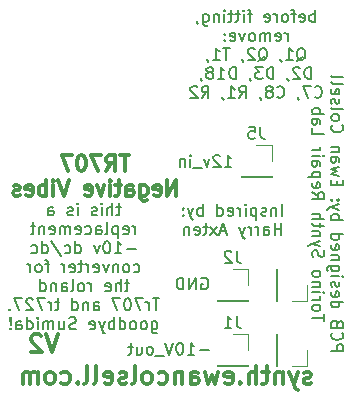
<source format=gbr>
%TF.GenerationSoftware,KiCad,Pcbnew,(6.0.7-1)-1*%
%TF.CreationDate,2022-09-05T17:12:24+02:00*%
%TF.ProjectId,tr707minus10v_kicad,74723730-376d-4696-9e75-733130765f6b,rev?*%
%TF.SameCoordinates,Original*%
%TF.FileFunction,Legend,Bot*%
%TF.FilePolarity,Positive*%
%FSLAX46Y46*%
G04 Gerber Fmt 4.6, Leading zero omitted, Abs format (unit mm)*
G04 Created by KiCad (PCBNEW (6.0.7-1)-1) date 2022-09-05 17:12:24*
%MOMM*%
%LPD*%
G01*
G04 APERTURE LIST*
%ADD10C,0.150000*%
%ADD11C,0.300000*%
%ADD12C,0.120000*%
G04 APERTURE END LIST*
D10*
X146976190Y-108232380D02*
X146976190Y-107232380D01*
X146976190Y-107613333D02*
X146880952Y-107565714D01*
X146690476Y-107565714D01*
X146595238Y-107613333D01*
X146547619Y-107660952D01*
X146500000Y-107756190D01*
X146500000Y-108041904D01*
X146547619Y-108137142D01*
X146595238Y-108184761D01*
X146690476Y-108232380D01*
X146880952Y-108232380D01*
X146976190Y-108184761D01*
X145690476Y-108184761D02*
X145785714Y-108232380D01*
X145976190Y-108232380D01*
X146071428Y-108184761D01*
X146119047Y-108089523D01*
X146119047Y-107708571D01*
X146071428Y-107613333D01*
X145976190Y-107565714D01*
X145785714Y-107565714D01*
X145690476Y-107613333D01*
X145642857Y-107708571D01*
X145642857Y-107803809D01*
X146119047Y-107899047D01*
X145357142Y-107565714D02*
X144976190Y-107565714D01*
X145214285Y-108232380D02*
X145214285Y-107375238D01*
X145166666Y-107280000D01*
X145071428Y-107232380D01*
X144976190Y-107232380D01*
X144500000Y-108232380D02*
X144595238Y-108184761D01*
X144642857Y-108137142D01*
X144690476Y-108041904D01*
X144690476Y-107756190D01*
X144642857Y-107660952D01*
X144595238Y-107613333D01*
X144500000Y-107565714D01*
X144357142Y-107565714D01*
X144261904Y-107613333D01*
X144214285Y-107660952D01*
X144166666Y-107756190D01*
X144166666Y-108041904D01*
X144214285Y-108137142D01*
X144261904Y-108184761D01*
X144357142Y-108232380D01*
X144500000Y-108232380D01*
X143738095Y-108232380D02*
X143738095Y-107565714D01*
X143738095Y-107756190D02*
X143690476Y-107660952D01*
X143642857Y-107613333D01*
X143547619Y-107565714D01*
X143452380Y-107565714D01*
X142738095Y-108184761D02*
X142833333Y-108232380D01*
X143023809Y-108232380D01*
X143119047Y-108184761D01*
X143166666Y-108089523D01*
X143166666Y-107708571D01*
X143119047Y-107613333D01*
X143023809Y-107565714D01*
X142833333Y-107565714D01*
X142738095Y-107613333D01*
X142690476Y-107708571D01*
X142690476Y-107803809D01*
X143166666Y-107899047D01*
X141642857Y-107565714D02*
X141261904Y-107565714D01*
X141500000Y-108232380D02*
X141500000Y-107375238D01*
X141452380Y-107280000D01*
X141357142Y-107232380D01*
X141261904Y-107232380D01*
X140928571Y-108232380D02*
X140928571Y-107565714D01*
X140928571Y-107232380D02*
X140976190Y-107280000D01*
X140928571Y-107327619D01*
X140880952Y-107280000D01*
X140928571Y-107232380D01*
X140928571Y-107327619D01*
X140595238Y-107565714D02*
X140214285Y-107565714D01*
X140452380Y-107232380D02*
X140452380Y-108089523D01*
X140404761Y-108184761D01*
X140309523Y-108232380D01*
X140214285Y-108232380D01*
X140023809Y-107565714D02*
X139642857Y-107565714D01*
X139880952Y-107232380D02*
X139880952Y-108089523D01*
X139833333Y-108184761D01*
X139738095Y-108232380D01*
X139642857Y-108232380D01*
X139309523Y-108232380D02*
X139309523Y-107565714D01*
X139309523Y-107232380D02*
X139357142Y-107280000D01*
X139309523Y-107327619D01*
X139261904Y-107280000D01*
X139309523Y-107232380D01*
X139309523Y-107327619D01*
X138833333Y-107565714D02*
X138833333Y-108232380D01*
X138833333Y-107660952D02*
X138785714Y-107613333D01*
X138690476Y-107565714D01*
X138547619Y-107565714D01*
X138452380Y-107613333D01*
X138404761Y-107708571D01*
X138404761Y-108232380D01*
X137500000Y-107565714D02*
X137500000Y-108375238D01*
X137547619Y-108470476D01*
X137595238Y-108518095D01*
X137690476Y-108565714D01*
X137833333Y-108565714D01*
X137928571Y-108518095D01*
X137500000Y-108184761D02*
X137595238Y-108232380D01*
X137785714Y-108232380D01*
X137880952Y-108184761D01*
X137928571Y-108137142D01*
X137976190Y-108041904D01*
X137976190Y-107756190D01*
X137928571Y-107660952D01*
X137880952Y-107613333D01*
X137785714Y-107565714D01*
X137595238Y-107565714D01*
X137500000Y-107613333D01*
X136976190Y-108184761D02*
X136976190Y-108232380D01*
X137023809Y-108327619D01*
X137071428Y-108375238D01*
X144666666Y-109842380D02*
X144666666Y-109175714D01*
X144666666Y-109366190D02*
X144619047Y-109270952D01*
X144571428Y-109223333D01*
X144476190Y-109175714D01*
X144380952Y-109175714D01*
X143666666Y-109794761D02*
X143761904Y-109842380D01*
X143952380Y-109842380D01*
X144047619Y-109794761D01*
X144095238Y-109699523D01*
X144095238Y-109318571D01*
X144047619Y-109223333D01*
X143952380Y-109175714D01*
X143761904Y-109175714D01*
X143666666Y-109223333D01*
X143619047Y-109318571D01*
X143619047Y-109413809D01*
X144095238Y-109509047D01*
X143190476Y-109842380D02*
X143190476Y-109175714D01*
X143190476Y-109270952D02*
X143142857Y-109223333D01*
X143047619Y-109175714D01*
X142904761Y-109175714D01*
X142809523Y-109223333D01*
X142761904Y-109318571D01*
X142761904Y-109842380D01*
X142761904Y-109318571D02*
X142714285Y-109223333D01*
X142619047Y-109175714D01*
X142476190Y-109175714D01*
X142380952Y-109223333D01*
X142333333Y-109318571D01*
X142333333Y-109842380D01*
X141714285Y-109842380D02*
X141809523Y-109794761D01*
X141857142Y-109747142D01*
X141904761Y-109651904D01*
X141904761Y-109366190D01*
X141857142Y-109270952D01*
X141809523Y-109223333D01*
X141714285Y-109175714D01*
X141571428Y-109175714D01*
X141476190Y-109223333D01*
X141428571Y-109270952D01*
X141380952Y-109366190D01*
X141380952Y-109651904D01*
X141428571Y-109747142D01*
X141476190Y-109794761D01*
X141571428Y-109842380D01*
X141714285Y-109842380D01*
X141047619Y-109175714D02*
X140809523Y-109842380D01*
X140571428Y-109175714D01*
X139809523Y-109794761D02*
X139904761Y-109842380D01*
X140095238Y-109842380D01*
X140190476Y-109794761D01*
X140238095Y-109699523D01*
X140238095Y-109318571D01*
X140190476Y-109223333D01*
X140095238Y-109175714D01*
X139904761Y-109175714D01*
X139809523Y-109223333D01*
X139761904Y-109318571D01*
X139761904Y-109413809D01*
X140238095Y-109509047D01*
X139333333Y-109747142D02*
X139285714Y-109794761D01*
X139333333Y-109842380D01*
X139380952Y-109794761D01*
X139333333Y-109747142D01*
X139333333Y-109842380D01*
X139333333Y-109223333D02*
X139285714Y-109270952D01*
X139333333Y-109318571D01*
X139380952Y-109270952D01*
X139333333Y-109223333D01*
X139333333Y-109318571D01*
X145428571Y-111547619D02*
X145523809Y-111500000D01*
X145619047Y-111404761D01*
X145761904Y-111261904D01*
X145857142Y-111214285D01*
X145952380Y-111214285D01*
X145904761Y-111452380D02*
X146000000Y-111404761D01*
X146095238Y-111309523D01*
X146142857Y-111119047D01*
X146142857Y-110785714D01*
X146095238Y-110595238D01*
X146000000Y-110500000D01*
X145904761Y-110452380D01*
X145714285Y-110452380D01*
X145619047Y-110500000D01*
X145523809Y-110595238D01*
X145476190Y-110785714D01*
X145476190Y-111119047D01*
X145523809Y-111309523D01*
X145619047Y-111404761D01*
X145714285Y-111452380D01*
X145904761Y-111452380D01*
X144523809Y-111452380D02*
X145095238Y-111452380D01*
X144809523Y-111452380D02*
X144809523Y-110452380D01*
X144904761Y-110595238D01*
X145000000Y-110690476D01*
X145095238Y-110738095D01*
X144047619Y-111404761D02*
X144047619Y-111452380D01*
X144095238Y-111547619D01*
X144142857Y-111595238D01*
X142190476Y-111547619D02*
X142285714Y-111500000D01*
X142380952Y-111404761D01*
X142523809Y-111261904D01*
X142619047Y-111214285D01*
X142714285Y-111214285D01*
X142666666Y-111452380D02*
X142761904Y-111404761D01*
X142857142Y-111309523D01*
X142904761Y-111119047D01*
X142904761Y-110785714D01*
X142857142Y-110595238D01*
X142761904Y-110500000D01*
X142666666Y-110452380D01*
X142476190Y-110452380D01*
X142380952Y-110500000D01*
X142285714Y-110595238D01*
X142238095Y-110785714D01*
X142238095Y-111119047D01*
X142285714Y-111309523D01*
X142380952Y-111404761D01*
X142476190Y-111452380D01*
X142666666Y-111452380D01*
X141857142Y-110547619D02*
X141809523Y-110500000D01*
X141714285Y-110452380D01*
X141476190Y-110452380D01*
X141380952Y-110500000D01*
X141333333Y-110547619D01*
X141285714Y-110642857D01*
X141285714Y-110738095D01*
X141333333Y-110880952D01*
X141904761Y-111452380D01*
X141285714Y-111452380D01*
X140809523Y-111404761D02*
X140809523Y-111452380D01*
X140857142Y-111547619D01*
X140904761Y-111595238D01*
X139761904Y-110452380D02*
X139190476Y-110452380D01*
X139476190Y-111452380D02*
X139476190Y-110452380D01*
X138333333Y-111452380D02*
X138904761Y-111452380D01*
X138619047Y-111452380D02*
X138619047Y-110452380D01*
X138714285Y-110595238D01*
X138809523Y-110690476D01*
X138904761Y-110738095D01*
X137857142Y-111404761D02*
X137857142Y-111452380D01*
X137904761Y-111547619D01*
X137952380Y-111595238D01*
X146642857Y-113062380D02*
X146642857Y-112062380D01*
X146404761Y-112062380D01*
X146261904Y-112110000D01*
X146166666Y-112205238D01*
X146119047Y-112300476D01*
X146071428Y-112490952D01*
X146071428Y-112633809D01*
X146119047Y-112824285D01*
X146166666Y-112919523D01*
X146261904Y-113014761D01*
X146404761Y-113062380D01*
X146642857Y-113062380D01*
X145690476Y-112157619D02*
X145642857Y-112110000D01*
X145547619Y-112062380D01*
X145309523Y-112062380D01*
X145214285Y-112110000D01*
X145166666Y-112157619D01*
X145119047Y-112252857D01*
X145119047Y-112348095D01*
X145166666Y-112490952D01*
X145738095Y-113062380D01*
X145119047Y-113062380D01*
X144642857Y-113014761D02*
X144642857Y-113062380D01*
X144690476Y-113157619D01*
X144738095Y-113205238D01*
X143452380Y-113062380D02*
X143452380Y-112062380D01*
X143214285Y-112062380D01*
X143071428Y-112110000D01*
X142976190Y-112205238D01*
X142928571Y-112300476D01*
X142880952Y-112490952D01*
X142880952Y-112633809D01*
X142928571Y-112824285D01*
X142976190Y-112919523D01*
X143071428Y-113014761D01*
X143214285Y-113062380D01*
X143452380Y-113062380D01*
X142547619Y-112062380D02*
X141928571Y-112062380D01*
X142261904Y-112443333D01*
X142119047Y-112443333D01*
X142023809Y-112490952D01*
X141976190Y-112538571D01*
X141928571Y-112633809D01*
X141928571Y-112871904D01*
X141976190Y-112967142D01*
X142023809Y-113014761D01*
X142119047Y-113062380D01*
X142404761Y-113062380D01*
X142500000Y-113014761D01*
X142547619Y-112967142D01*
X141452380Y-113014761D02*
X141452380Y-113062380D01*
X141500000Y-113157619D01*
X141547619Y-113205238D01*
X140261904Y-113062380D02*
X140261904Y-112062380D01*
X140023809Y-112062380D01*
X139880952Y-112110000D01*
X139785714Y-112205238D01*
X139738095Y-112300476D01*
X139690476Y-112490952D01*
X139690476Y-112633809D01*
X139738095Y-112824285D01*
X139785714Y-112919523D01*
X139880952Y-113014761D01*
X140023809Y-113062380D01*
X140261904Y-113062380D01*
X138738095Y-113062380D02*
X139309523Y-113062380D01*
X139023809Y-113062380D02*
X139023809Y-112062380D01*
X139119047Y-112205238D01*
X139214285Y-112300476D01*
X139309523Y-112348095D01*
X138166666Y-112490952D02*
X138261904Y-112443333D01*
X138309523Y-112395714D01*
X138357142Y-112300476D01*
X138357142Y-112252857D01*
X138309523Y-112157619D01*
X138261904Y-112110000D01*
X138166666Y-112062380D01*
X137976190Y-112062380D01*
X137880952Y-112110000D01*
X137833333Y-112157619D01*
X137785714Y-112252857D01*
X137785714Y-112300476D01*
X137833333Y-112395714D01*
X137880952Y-112443333D01*
X137976190Y-112490952D01*
X138166666Y-112490952D01*
X138261904Y-112538571D01*
X138309523Y-112586190D01*
X138357142Y-112681428D01*
X138357142Y-112871904D01*
X138309523Y-112967142D01*
X138261904Y-113014761D01*
X138166666Y-113062380D01*
X137976190Y-113062380D01*
X137880952Y-113014761D01*
X137833333Y-112967142D01*
X137785714Y-112871904D01*
X137785714Y-112681428D01*
X137833333Y-112586190D01*
X137880952Y-112538571D01*
X137976190Y-112490952D01*
X137309523Y-113014761D02*
X137309523Y-113062380D01*
X137357142Y-113157619D01*
X137404761Y-113205238D01*
X146952380Y-114577142D02*
X147000000Y-114624761D01*
X147142857Y-114672380D01*
X147238095Y-114672380D01*
X147380952Y-114624761D01*
X147476190Y-114529523D01*
X147523809Y-114434285D01*
X147571428Y-114243809D01*
X147571428Y-114100952D01*
X147523809Y-113910476D01*
X147476190Y-113815238D01*
X147380952Y-113720000D01*
X147238095Y-113672380D01*
X147142857Y-113672380D01*
X147000000Y-113720000D01*
X146952380Y-113767619D01*
X146619047Y-113672380D02*
X145952380Y-113672380D01*
X146380952Y-114672380D01*
X145523809Y-114624761D02*
X145523809Y-114672380D01*
X145571428Y-114767619D01*
X145619047Y-114815238D01*
X143761904Y-114577142D02*
X143809523Y-114624761D01*
X143952380Y-114672380D01*
X144047619Y-114672380D01*
X144190476Y-114624761D01*
X144285714Y-114529523D01*
X144333333Y-114434285D01*
X144380952Y-114243809D01*
X144380952Y-114100952D01*
X144333333Y-113910476D01*
X144285714Y-113815238D01*
X144190476Y-113720000D01*
X144047619Y-113672380D01*
X143952380Y-113672380D01*
X143809523Y-113720000D01*
X143761904Y-113767619D01*
X143190476Y-114100952D02*
X143285714Y-114053333D01*
X143333333Y-114005714D01*
X143380952Y-113910476D01*
X143380952Y-113862857D01*
X143333333Y-113767619D01*
X143285714Y-113720000D01*
X143190476Y-113672380D01*
X143000000Y-113672380D01*
X142904761Y-113720000D01*
X142857142Y-113767619D01*
X142809523Y-113862857D01*
X142809523Y-113910476D01*
X142857142Y-114005714D01*
X142904761Y-114053333D01*
X143000000Y-114100952D01*
X143190476Y-114100952D01*
X143285714Y-114148571D01*
X143333333Y-114196190D01*
X143380952Y-114291428D01*
X143380952Y-114481904D01*
X143333333Y-114577142D01*
X143285714Y-114624761D01*
X143190476Y-114672380D01*
X143000000Y-114672380D01*
X142904761Y-114624761D01*
X142857142Y-114577142D01*
X142809523Y-114481904D01*
X142809523Y-114291428D01*
X142857142Y-114196190D01*
X142904761Y-114148571D01*
X143000000Y-114100952D01*
X142333333Y-114624761D02*
X142333333Y-114672380D01*
X142380952Y-114767619D01*
X142428571Y-114815238D01*
X140571428Y-114672380D02*
X140904761Y-114196190D01*
X141142857Y-114672380D02*
X141142857Y-113672380D01*
X140761904Y-113672380D01*
X140666666Y-113720000D01*
X140619047Y-113767619D01*
X140571428Y-113862857D01*
X140571428Y-114005714D01*
X140619047Y-114100952D01*
X140666666Y-114148571D01*
X140761904Y-114196190D01*
X141142857Y-114196190D01*
X139619047Y-114672380D02*
X140190476Y-114672380D01*
X139904761Y-114672380D02*
X139904761Y-113672380D01*
X140000000Y-113815238D01*
X140095238Y-113910476D01*
X140190476Y-113958095D01*
X139142857Y-114624761D02*
X139142857Y-114672380D01*
X139190476Y-114767619D01*
X139238095Y-114815238D01*
X137380952Y-114672380D02*
X137714285Y-114196190D01*
X137952380Y-114672380D02*
X137952380Y-113672380D01*
X137571428Y-113672380D01*
X137476190Y-113720000D01*
X137428571Y-113767619D01*
X137380952Y-113862857D01*
X137380952Y-114005714D01*
X137428571Y-114100952D01*
X137476190Y-114148571D01*
X137571428Y-114196190D01*
X137952380Y-114196190D01*
X137000000Y-113767619D02*
X136952380Y-113720000D01*
X136857142Y-113672380D01*
X136619047Y-113672380D01*
X136523809Y-113720000D01*
X136476190Y-113767619D01*
X136428571Y-113862857D01*
X136428571Y-113958095D01*
X136476190Y-114100952D01*
X137047619Y-114672380D01*
X136428571Y-114672380D01*
X144190476Y-124647380D02*
X144190476Y-123647380D01*
X143714285Y-123980714D02*
X143714285Y-124647380D01*
X143714285Y-124075952D02*
X143666666Y-124028333D01*
X143571428Y-123980714D01*
X143428571Y-123980714D01*
X143333333Y-124028333D01*
X143285714Y-124123571D01*
X143285714Y-124647380D01*
X142857142Y-124599761D02*
X142761904Y-124647380D01*
X142571428Y-124647380D01*
X142476190Y-124599761D01*
X142428571Y-124504523D01*
X142428571Y-124456904D01*
X142476190Y-124361666D01*
X142571428Y-124314047D01*
X142714285Y-124314047D01*
X142809523Y-124266428D01*
X142857142Y-124171190D01*
X142857142Y-124123571D01*
X142809523Y-124028333D01*
X142714285Y-123980714D01*
X142571428Y-123980714D01*
X142476190Y-124028333D01*
X142000000Y-123980714D02*
X142000000Y-124980714D01*
X142000000Y-124028333D02*
X141904761Y-123980714D01*
X141714285Y-123980714D01*
X141619047Y-124028333D01*
X141571428Y-124075952D01*
X141523809Y-124171190D01*
X141523809Y-124456904D01*
X141571428Y-124552142D01*
X141619047Y-124599761D01*
X141714285Y-124647380D01*
X141904761Y-124647380D01*
X142000000Y-124599761D01*
X141095238Y-124647380D02*
X141095238Y-123980714D01*
X141095238Y-123647380D02*
X141142857Y-123695000D01*
X141095238Y-123742619D01*
X141047619Y-123695000D01*
X141095238Y-123647380D01*
X141095238Y-123742619D01*
X140619047Y-124647380D02*
X140619047Y-123980714D01*
X140619047Y-124171190D02*
X140571428Y-124075952D01*
X140523809Y-124028333D01*
X140428571Y-123980714D01*
X140333333Y-123980714D01*
X139619047Y-124599761D02*
X139714285Y-124647380D01*
X139904761Y-124647380D01*
X140000000Y-124599761D01*
X140047619Y-124504523D01*
X140047619Y-124123571D01*
X140000000Y-124028333D01*
X139904761Y-123980714D01*
X139714285Y-123980714D01*
X139619047Y-124028333D01*
X139571428Y-124123571D01*
X139571428Y-124218809D01*
X140047619Y-124314047D01*
X138714285Y-124647380D02*
X138714285Y-123647380D01*
X138714285Y-124599761D02*
X138809523Y-124647380D01*
X139000000Y-124647380D01*
X139095238Y-124599761D01*
X139142857Y-124552142D01*
X139190476Y-124456904D01*
X139190476Y-124171190D01*
X139142857Y-124075952D01*
X139095238Y-124028333D01*
X139000000Y-123980714D01*
X138809523Y-123980714D01*
X138714285Y-124028333D01*
X137476190Y-124647380D02*
X137476190Y-123647380D01*
X137476190Y-124028333D02*
X137380952Y-123980714D01*
X137190476Y-123980714D01*
X137095238Y-124028333D01*
X137047619Y-124075952D01*
X137000000Y-124171190D01*
X137000000Y-124456904D01*
X137047619Y-124552142D01*
X137095238Y-124599761D01*
X137190476Y-124647380D01*
X137380952Y-124647380D01*
X137476190Y-124599761D01*
X136666666Y-123980714D02*
X136428571Y-124647380D01*
X136190476Y-123980714D02*
X136428571Y-124647380D01*
X136523809Y-124885476D01*
X136571428Y-124933095D01*
X136666666Y-124980714D01*
X135809523Y-124552142D02*
X135761904Y-124599761D01*
X135809523Y-124647380D01*
X135857142Y-124599761D01*
X135809523Y-124552142D01*
X135809523Y-124647380D01*
X135809523Y-124028333D02*
X135761904Y-124075952D01*
X135809523Y-124123571D01*
X135857142Y-124075952D01*
X135809523Y-124028333D01*
X135809523Y-124123571D01*
X144119047Y-126257380D02*
X144119047Y-125257380D01*
X144119047Y-125733571D02*
X143547619Y-125733571D01*
X143547619Y-126257380D02*
X143547619Y-125257380D01*
X142642857Y-126257380D02*
X142642857Y-125733571D01*
X142690476Y-125638333D01*
X142785714Y-125590714D01*
X142976190Y-125590714D01*
X143071428Y-125638333D01*
X142642857Y-126209761D02*
X142738095Y-126257380D01*
X142976190Y-126257380D01*
X143071428Y-126209761D01*
X143119047Y-126114523D01*
X143119047Y-126019285D01*
X143071428Y-125924047D01*
X142976190Y-125876428D01*
X142738095Y-125876428D01*
X142642857Y-125828809D01*
X142166666Y-126257380D02*
X142166666Y-125590714D01*
X142166666Y-125781190D02*
X142119047Y-125685952D01*
X142071428Y-125638333D01*
X141976190Y-125590714D01*
X141880952Y-125590714D01*
X141547619Y-126257380D02*
X141547619Y-125590714D01*
X141547619Y-125781190D02*
X141500000Y-125685952D01*
X141452380Y-125638333D01*
X141357142Y-125590714D01*
X141261904Y-125590714D01*
X141023809Y-125590714D02*
X140785714Y-126257380D01*
X140547619Y-125590714D02*
X140785714Y-126257380D01*
X140880952Y-126495476D01*
X140928571Y-126543095D01*
X141023809Y-126590714D01*
X139452380Y-125971666D02*
X138976190Y-125971666D01*
X139547619Y-126257380D02*
X139214285Y-125257380D01*
X138880952Y-126257380D01*
X138642857Y-126257380D02*
X138119047Y-125590714D01*
X138642857Y-125590714D02*
X138119047Y-126257380D01*
X137880952Y-125590714D02*
X137500000Y-125590714D01*
X137738095Y-125257380D02*
X137738095Y-126114523D01*
X137690476Y-126209761D01*
X137595238Y-126257380D01*
X137500000Y-126257380D01*
X136785714Y-126209761D02*
X136880952Y-126257380D01*
X137071428Y-126257380D01*
X137166666Y-126209761D01*
X137214285Y-126114523D01*
X137214285Y-125733571D01*
X137166666Y-125638333D01*
X137071428Y-125590714D01*
X136880952Y-125590714D01*
X136785714Y-125638333D01*
X136738095Y-125733571D01*
X136738095Y-125828809D01*
X137214285Y-125924047D01*
X136309523Y-125590714D02*
X136309523Y-126257380D01*
X136309523Y-125685952D02*
X136261904Y-125638333D01*
X136166666Y-125590714D01*
X136023809Y-125590714D01*
X135928571Y-125638333D01*
X135880952Y-125733571D01*
X135880952Y-126257380D01*
D11*
X125214285Y-134678571D02*
X124714285Y-136178571D01*
X124214285Y-134678571D01*
X123785714Y-134821428D02*
X123714285Y-134750000D01*
X123571428Y-134678571D01*
X123214285Y-134678571D01*
X123071428Y-134750000D01*
X123000000Y-134821428D01*
X122928571Y-134964285D01*
X122928571Y-135107142D01*
X123000000Y-135321428D01*
X123857142Y-136178571D01*
X122928571Y-136178571D01*
D10*
X130542857Y-123930714D02*
X130161904Y-123930714D01*
X130400000Y-123597380D02*
X130400000Y-124454523D01*
X130352380Y-124549761D01*
X130257142Y-124597380D01*
X130161904Y-124597380D01*
X129828571Y-124597380D02*
X129828571Y-123597380D01*
X129400000Y-124597380D02*
X129400000Y-124073571D01*
X129447619Y-123978333D01*
X129542857Y-123930714D01*
X129685714Y-123930714D01*
X129780952Y-123978333D01*
X129828571Y-124025952D01*
X128923809Y-124597380D02*
X128923809Y-123930714D01*
X128923809Y-123597380D02*
X128971428Y-123645000D01*
X128923809Y-123692619D01*
X128876190Y-123645000D01*
X128923809Y-123597380D01*
X128923809Y-123692619D01*
X128495238Y-124549761D02*
X128400000Y-124597380D01*
X128209523Y-124597380D01*
X128114285Y-124549761D01*
X128066666Y-124454523D01*
X128066666Y-124406904D01*
X128114285Y-124311666D01*
X128209523Y-124264047D01*
X128352380Y-124264047D01*
X128447619Y-124216428D01*
X128495238Y-124121190D01*
X128495238Y-124073571D01*
X128447619Y-123978333D01*
X128352380Y-123930714D01*
X128209523Y-123930714D01*
X128114285Y-123978333D01*
X126876190Y-124597380D02*
X126876190Y-123930714D01*
X126876190Y-123597380D02*
X126923809Y-123645000D01*
X126876190Y-123692619D01*
X126828571Y-123645000D01*
X126876190Y-123597380D01*
X126876190Y-123692619D01*
X126447619Y-124549761D02*
X126352380Y-124597380D01*
X126161904Y-124597380D01*
X126066666Y-124549761D01*
X126019047Y-124454523D01*
X126019047Y-124406904D01*
X126066666Y-124311666D01*
X126161904Y-124264047D01*
X126304761Y-124264047D01*
X126400000Y-124216428D01*
X126447619Y-124121190D01*
X126447619Y-124073571D01*
X126400000Y-123978333D01*
X126304761Y-123930714D01*
X126161904Y-123930714D01*
X126066666Y-123978333D01*
X124400000Y-124597380D02*
X124400000Y-124073571D01*
X124447619Y-123978333D01*
X124542857Y-123930714D01*
X124733333Y-123930714D01*
X124828571Y-123978333D01*
X124400000Y-124549761D02*
X124495238Y-124597380D01*
X124733333Y-124597380D01*
X124828571Y-124549761D01*
X124876190Y-124454523D01*
X124876190Y-124359285D01*
X124828571Y-124264047D01*
X124733333Y-124216428D01*
X124495238Y-124216428D01*
X124400000Y-124168809D01*
X131757142Y-126207380D02*
X131757142Y-125540714D01*
X131757142Y-125731190D02*
X131709523Y-125635952D01*
X131661904Y-125588333D01*
X131566666Y-125540714D01*
X131471428Y-125540714D01*
X130757142Y-126159761D02*
X130852380Y-126207380D01*
X131042857Y-126207380D01*
X131138095Y-126159761D01*
X131185714Y-126064523D01*
X131185714Y-125683571D01*
X131138095Y-125588333D01*
X131042857Y-125540714D01*
X130852380Y-125540714D01*
X130757142Y-125588333D01*
X130709523Y-125683571D01*
X130709523Y-125778809D01*
X131185714Y-125874047D01*
X130280952Y-125540714D02*
X130280952Y-126540714D01*
X130280952Y-125588333D02*
X130185714Y-125540714D01*
X129995238Y-125540714D01*
X129900000Y-125588333D01*
X129852380Y-125635952D01*
X129804761Y-125731190D01*
X129804761Y-126016904D01*
X129852380Y-126112142D01*
X129900000Y-126159761D01*
X129995238Y-126207380D01*
X130185714Y-126207380D01*
X130280952Y-126159761D01*
X129233333Y-126207380D02*
X129328571Y-126159761D01*
X129376190Y-126064523D01*
X129376190Y-125207380D01*
X128423809Y-126207380D02*
X128423809Y-125683571D01*
X128471428Y-125588333D01*
X128566666Y-125540714D01*
X128757142Y-125540714D01*
X128852380Y-125588333D01*
X128423809Y-126159761D02*
X128519047Y-126207380D01*
X128757142Y-126207380D01*
X128852380Y-126159761D01*
X128900000Y-126064523D01*
X128900000Y-125969285D01*
X128852380Y-125874047D01*
X128757142Y-125826428D01*
X128519047Y-125826428D01*
X128423809Y-125778809D01*
X127519047Y-126159761D02*
X127614285Y-126207380D01*
X127804761Y-126207380D01*
X127900000Y-126159761D01*
X127947619Y-126112142D01*
X127995238Y-126016904D01*
X127995238Y-125731190D01*
X127947619Y-125635952D01*
X127900000Y-125588333D01*
X127804761Y-125540714D01*
X127614285Y-125540714D01*
X127519047Y-125588333D01*
X126709523Y-126159761D02*
X126804761Y-126207380D01*
X126995238Y-126207380D01*
X127090476Y-126159761D01*
X127138095Y-126064523D01*
X127138095Y-125683571D01*
X127090476Y-125588333D01*
X126995238Y-125540714D01*
X126804761Y-125540714D01*
X126709523Y-125588333D01*
X126661904Y-125683571D01*
X126661904Y-125778809D01*
X127138095Y-125874047D01*
X126233333Y-126207380D02*
X126233333Y-125540714D01*
X126233333Y-125635952D02*
X126185714Y-125588333D01*
X126090476Y-125540714D01*
X125947619Y-125540714D01*
X125852380Y-125588333D01*
X125804761Y-125683571D01*
X125804761Y-126207380D01*
X125804761Y-125683571D02*
X125757142Y-125588333D01*
X125661904Y-125540714D01*
X125519047Y-125540714D01*
X125423809Y-125588333D01*
X125376190Y-125683571D01*
X125376190Y-126207380D01*
X124519047Y-126159761D02*
X124614285Y-126207380D01*
X124804761Y-126207380D01*
X124900000Y-126159761D01*
X124947619Y-126064523D01*
X124947619Y-125683571D01*
X124900000Y-125588333D01*
X124804761Y-125540714D01*
X124614285Y-125540714D01*
X124519047Y-125588333D01*
X124471428Y-125683571D01*
X124471428Y-125778809D01*
X124947619Y-125874047D01*
X124042857Y-125540714D02*
X124042857Y-126207380D01*
X124042857Y-125635952D02*
X123995238Y-125588333D01*
X123900000Y-125540714D01*
X123757142Y-125540714D01*
X123661904Y-125588333D01*
X123614285Y-125683571D01*
X123614285Y-126207380D01*
X123280952Y-125540714D02*
X122900000Y-125540714D01*
X123138095Y-125207380D02*
X123138095Y-126064523D01*
X123090476Y-126159761D01*
X122995238Y-126207380D01*
X122900000Y-126207380D01*
X131780952Y-127436428D02*
X131019047Y-127436428D01*
X130019047Y-127817380D02*
X130590476Y-127817380D01*
X130304761Y-127817380D02*
X130304761Y-126817380D01*
X130400000Y-126960238D01*
X130495238Y-127055476D01*
X130590476Y-127103095D01*
X129400000Y-126817380D02*
X129304761Y-126817380D01*
X129209523Y-126865000D01*
X129161904Y-126912619D01*
X129114285Y-127007857D01*
X129066666Y-127198333D01*
X129066666Y-127436428D01*
X129114285Y-127626904D01*
X129161904Y-127722142D01*
X129209523Y-127769761D01*
X129304761Y-127817380D01*
X129400000Y-127817380D01*
X129495238Y-127769761D01*
X129542857Y-127722142D01*
X129590476Y-127626904D01*
X129638095Y-127436428D01*
X129638095Y-127198333D01*
X129590476Y-127007857D01*
X129542857Y-126912619D01*
X129495238Y-126865000D01*
X129400000Y-126817380D01*
X128733333Y-127150714D02*
X128495238Y-127817380D01*
X128257142Y-127150714D01*
X126685714Y-127817380D02*
X126685714Y-126817380D01*
X126685714Y-127769761D02*
X126780952Y-127817380D01*
X126971428Y-127817380D01*
X127066666Y-127769761D01*
X127114285Y-127722142D01*
X127161904Y-127626904D01*
X127161904Y-127341190D01*
X127114285Y-127245952D01*
X127066666Y-127198333D01*
X126971428Y-127150714D01*
X126780952Y-127150714D01*
X126685714Y-127198333D01*
X125780952Y-127769761D02*
X125876190Y-127817380D01*
X126066666Y-127817380D01*
X126161904Y-127769761D01*
X126209523Y-127722142D01*
X126257142Y-127626904D01*
X126257142Y-127341190D01*
X126209523Y-127245952D01*
X126161904Y-127198333D01*
X126066666Y-127150714D01*
X125876190Y-127150714D01*
X125780952Y-127198333D01*
X124638095Y-126769761D02*
X125495238Y-128055476D01*
X123876190Y-127817380D02*
X123876190Y-126817380D01*
X123876190Y-127769761D02*
X123971428Y-127817380D01*
X124161904Y-127817380D01*
X124257142Y-127769761D01*
X124304761Y-127722142D01*
X124352380Y-127626904D01*
X124352380Y-127341190D01*
X124304761Y-127245952D01*
X124257142Y-127198333D01*
X124161904Y-127150714D01*
X123971428Y-127150714D01*
X123876190Y-127198333D01*
X122971428Y-127769761D02*
X123066666Y-127817380D01*
X123257142Y-127817380D01*
X123352380Y-127769761D01*
X123400000Y-127722142D01*
X123447619Y-127626904D01*
X123447619Y-127341190D01*
X123400000Y-127245952D01*
X123352380Y-127198333D01*
X123257142Y-127150714D01*
X123066666Y-127150714D01*
X122971428Y-127198333D01*
X131638095Y-129379761D02*
X131733333Y-129427380D01*
X131923809Y-129427380D01*
X132019047Y-129379761D01*
X132066666Y-129332142D01*
X132114285Y-129236904D01*
X132114285Y-128951190D01*
X132066666Y-128855952D01*
X132019047Y-128808333D01*
X131923809Y-128760714D01*
X131733333Y-128760714D01*
X131638095Y-128808333D01*
X131066666Y-129427380D02*
X131161904Y-129379761D01*
X131209523Y-129332142D01*
X131257142Y-129236904D01*
X131257142Y-128951190D01*
X131209523Y-128855952D01*
X131161904Y-128808333D01*
X131066666Y-128760714D01*
X130923809Y-128760714D01*
X130828571Y-128808333D01*
X130780952Y-128855952D01*
X130733333Y-128951190D01*
X130733333Y-129236904D01*
X130780952Y-129332142D01*
X130828571Y-129379761D01*
X130923809Y-129427380D01*
X131066666Y-129427380D01*
X130304761Y-128760714D02*
X130304761Y-129427380D01*
X130304761Y-128855952D02*
X130257142Y-128808333D01*
X130161904Y-128760714D01*
X130019047Y-128760714D01*
X129923809Y-128808333D01*
X129876190Y-128903571D01*
X129876190Y-129427380D01*
X129495238Y-128760714D02*
X129257142Y-129427380D01*
X129019047Y-128760714D01*
X128257142Y-129379761D02*
X128352380Y-129427380D01*
X128542857Y-129427380D01*
X128638095Y-129379761D01*
X128685714Y-129284523D01*
X128685714Y-128903571D01*
X128638095Y-128808333D01*
X128542857Y-128760714D01*
X128352380Y-128760714D01*
X128257142Y-128808333D01*
X128209523Y-128903571D01*
X128209523Y-128998809D01*
X128685714Y-129094047D01*
X127780952Y-129427380D02*
X127780952Y-128760714D01*
X127780952Y-128951190D02*
X127733333Y-128855952D01*
X127685714Y-128808333D01*
X127590476Y-128760714D01*
X127495238Y-128760714D01*
X127304761Y-128760714D02*
X126923809Y-128760714D01*
X127161904Y-128427380D02*
X127161904Y-129284523D01*
X127114285Y-129379761D01*
X127019047Y-129427380D01*
X126923809Y-129427380D01*
X126209523Y-129379761D02*
X126304761Y-129427380D01*
X126495238Y-129427380D01*
X126590476Y-129379761D01*
X126638095Y-129284523D01*
X126638095Y-128903571D01*
X126590476Y-128808333D01*
X126495238Y-128760714D01*
X126304761Y-128760714D01*
X126209523Y-128808333D01*
X126161904Y-128903571D01*
X126161904Y-128998809D01*
X126638095Y-129094047D01*
X125733333Y-129427380D02*
X125733333Y-128760714D01*
X125733333Y-128951190D02*
X125685714Y-128855952D01*
X125638095Y-128808333D01*
X125542857Y-128760714D01*
X125447619Y-128760714D01*
X124495238Y-128760714D02*
X124114285Y-128760714D01*
X124352380Y-129427380D02*
X124352380Y-128570238D01*
X124304761Y-128475000D01*
X124209523Y-128427380D01*
X124114285Y-128427380D01*
X123638095Y-129427380D02*
X123733333Y-129379761D01*
X123780952Y-129332142D01*
X123828571Y-129236904D01*
X123828571Y-128951190D01*
X123780952Y-128855952D01*
X123733333Y-128808333D01*
X123638095Y-128760714D01*
X123495238Y-128760714D01*
X123400000Y-128808333D01*
X123352380Y-128855952D01*
X123304761Y-128951190D01*
X123304761Y-129236904D01*
X123352380Y-129332142D01*
X123400000Y-129379761D01*
X123495238Y-129427380D01*
X123638095Y-129427380D01*
X122876190Y-129427380D02*
X122876190Y-128760714D01*
X122876190Y-128951190D02*
X122828571Y-128855952D01*
X122780952Y-128808333D01*
X122685714Y-128760714D01*
X122590476Y-128760714D01*
X131233333Y-130370714D02*
X130852380Y-130370714D01*
X131090476Y-130037380D02*
X131090476Y-130894523D01*
X131042857Y-130989761D01*
X130947619Y-131037380D01*
X130852380Y-131037380D01*
X130519047Y-131037380D02*
X130519047Y-130037380D01*
X130090476Y-131037380D02*
X130090476Y-130513571D01*
X130138095Y-130418333D01*
X130233333Y-130370714D01*
X130376190Y-130370714D01*
X130471428Y-130418333D01*
X130519047Y-130465952D01*
X129233333Y-130989761D02*
X129328571Y-131037380D01*
X129519047Y-131037380D01*
X129614285Y-130989761D01*
X129661904Y-130894523D01*
X129661904Y-130513571D01*
X129614285Y-130418333D01*
X129519047Y-130370714D01*
X129328571Y-130370714D01*
X129233333Y-130418333D01*
X129185714Y-130513571D01*
X129185714Y-130608809D01*
X129661904Y-130704047D01*
X127995238Y-131037380D02*
X127995238Y-130370714D01*
X127995238Y-130561190D02*
X127947619Y-130465952D01*
X127900000Y-130418333D01*
X127804761Y-130370714D01*
X127709523Y-130370714D01*
X127233333Y-131037380D02*
X127328571Y-130989761D01*
X127376190Y-130942142D01*
X127423809Y-130846904D01*
X127423809Y-130561190D01*
X127376190Y-130465952D01*
X127328571Y-130418333D01*
X127233333Y-130370714D01*
X127090476Y-130370714D01*
X126995238Y-130418333D01*
X126947619Y-130465952D01*
X126900000Y-130561190D01*
X126900000Y-130846904D01*
X126947619Y-130942142D01*
X126995238Y-130989761D01*
X127090476Y-131037380D01*
X127233333Y-131037380D01*
X126328571Y-131037380D02*
X126423809Y-130989761D01*
X126471428Y-130894523D01*
X126471428Y-130037380D01*
X125519047Y-131037380D02*
X125519047Y-130513571D01*
X125566666Y-130418333D01*
X125661904Y-130370714D01*
X125852380Y-130370714D01*
X125947619Y-130418333D01*
X125519047Y-130989761D02*
X125614285Y-131037380D01*
X125852380Y-131037380D01*
X125947619Y-130989761D01*
X125995238Y-130894523D01*
X125995238Y-130799285D01*
X125947619Y-130704047D01*
X125852380Y-130656428D01*
X125614285Y-130656428D01*
X125519047Y-130608809D01*
X125042857Y-130370714D02*
X125042857Y-131037380D01*
X125042857Y-130465952D02*
X124995238Y-130418333D01*
X124900000Y-130370714D01*
X124757142Y-130370714D01*
X124661904Y-130418333D01*
X124614285Y-130513571D01*
X124614285Y-131037380D01*
X123709523Y-131037380D02*
X123709523Y-130037380D01*
X123709523Y-130989761D02*
X123804761Y-131037380D01*
X123995238Y-131037380D01*
X124090476Y-130989761D01*
X124138095Y-130942142D01*
X124185714Y-130846904D01*
X124185714Y-130561190D01*
X124138095Y-130465952D01*
X124090476Y-130418333D01*
X123995238Y-130370714D01*
X123804761Y-130370714D01*
X123709523Y-130418333D01*
X133804761Y-131647380D02*
X133233333Y-131647380D01*
X133519047Y-132647380D02*
X133519047Y-131647380D01*
X132900000Y-132647380D02*
X132900000Y-131980714D01*
X132900000Y-132171190D02*
X132852380Y-132075952D01*
X132804761Y-132028333D01*
X132709523Y-131980714D01*
X132614285Y-131980714D01*
X132376190Y-131647380D02*
X131709523Y-131647380D01*
X132138095Y-132647380D01*
X131138095Y-131647380D02*
X131042857Y-131647380D01*
X130947619Y-131695000D01*
X130900000Y-131742619D01*
X130852380Y-131837857D01*
X130804761Y-132028333D01*
X130804761Y-132266428D01*
X130852380Y-132456904D01*
X130900000Y-132552142D01*
X130947619Y-132599761D01*
X131042857Y-132647380D01*
X131138095Y-132647380D01*
X131233333Y-132599761D01*
X131280952Y-132552142D01*
X131328571Y-132456904D01*
X131376190Y-132266428D01*
X131376190Y-132028333D01*
X131328571Y-131837857D01*
X131280952Y-131742619D01*
X131233333Y-131695000D01*
X131138095Y-131647380D01*
X130471428Y-131647380D02*
X129804761Y-131647380D01*
X130233333Y-132647380D01*
X128233333Y-132647380D02*
X128233333Y-132123571D01*
X128280952Y-132028333D01*
X128376190Y-131980714D01*
X128566666Y-131980714D01*
X128661904Y-132028333D01*
X128233333Y-132599761D02*
X128328571Y-132647380D01*
X128566666Y-132647380D01*
X128661904Y-132599761D01*
X128709523Y-132504523D01*
X128709523Y-132409285D01*
X128661904Y-132314047D01*
X128566666Y-132266428D01*
X128328571Y-132266428D01*
X128233333Y-132218809D01*
X127757142Y-131980714D02*
X127757142Y-132647380D01*
X127757142Y-132075952D02*
X127709523Y-132028333D01*
X127614285Y-131980714D01*
X127471428Y-131980714D01*
X127376190Y-132028333D01*
X127328571Y-132123571D01*
X127328571Y-132647380D01*
X126423809Y-132647380D02*
X126423809Y-131647380D01*
X126423809Y-132599761D02*
X126519047Y-132647380D01*
X126709523Y-132647380D01*
X126804761Y-132599761D01*
X126852380Y-132552142D01*
X126900000Y-132456904D01*
X126900000Y-132171190D01*
X126852380Y-132075952D01*
X126804761Y-132028333D01*
X126709523Y-131980714D01*
X126519047Y-131980714D01*
X126423809Y-132028333D01*
X125328571Y-131980714D02*
X124947619Y-131980714D01*
X125185714Y-131647380D02*
X125185714Y-132504523D01*
X125138095Y-132599761D01*
X125042857Y-132647380D01*
X124947619Y-132647380D01*
X124614285Y-132647380D02*
X124614285Y-131980714D01*
X124614285Y-132171190D02*
X124566666Y-132075952D01*
X124519047Y-132028333D01*
X124423809Y-131980714D01*
X124328571Y-131980714D01*
X124090476Y-131647380D02*
X123423809Y-131647380D01*
X123852380Y-132647380D01*
X123090476Y-131742619D02*
X123042857Y-131695000D01*
X122947619Y-131647380D01*
X122709523Y-131647380D01*
X122614285Y-131695000D01*
X122566666Y-131742619D01*
X122519047Y-131837857D01*
X122519047Y-131933095D01*
X122566666Y-132075952D01*
X123138095Y-132647380D01*
X122519047Y-132647380D01*
X122185714Y-131647380D02*
X121519047Y-131647380D01*
X121947619Y-132647380D01*
X121138095Y-132552142D02*
X121090476Y-132599761D01*
X121138095Y-132647380D01*
X121185714Y-132599761D01*
X121138095Y-132552142D01*
X121138095Y-132647380D01*
X133161904Y-133590714D02*
X133161904Y-134400238D01*
X133209523Y-134495476D01*
X133257142Y-134543095D01*
X133352380Y-134590714D01*
X133495238Y-134590714D01*
X133590476Y-134543095D01*
X133161904Y-134209761D02*
X133257142Y-134257380D01*
X133447619Y-134257380D01*
X133542857Y-134209761D01*
X133590476Y-134162142D01*
X133638095Y-134066904D01*
X133638095Y-133781190D01*
X133590476Y-133685952D01*
X133542857Y-133638333D01*
X133447619Y-133590714D01*
X133257142Y-133590714D01*
X133161904Y-133638333D01*
X132542857Y-134257380D02*
X132638095Y-134209761D01*
X132685714Y-134162142D01*
X132733333Y-134066904D01*
X132733333Y-133781190D01*
X132685714Y-133685952D01*
X132638095Y-133638333D01*
X132542857Y-133590714D01*
X132400000Y-133590714D01*
X132304761Y-133638333D01*
X132257142Y-133685952D01*
X132209523Y-133781190D01*
X132209523Y-134066904D01*
X132257142Y-134162142D01*
X132304761Y-134209761D01*
X132400000Y-134257380D01*
X132542857Y-134257380D01*
X131638095Y-134257380D02*
X131733333Y-134209761D01*
X131780952Y-134162142D01*
X131828571Y-134066904D01*
X131828571Y-133781190D01*
X131780952Y-133685952D01*
X131733333Y-133638333D01*
X131638095Y-133590714D01*
X131495238Y-133590714D01*
X131400000Y-133638333D01*
X131352380Y-133685952D01*
X131304761Y-133781190D01*
X131304761Y-134066904D01*
X131352380Y-134162142D01*
X131400000Y-134209761D01*
X131495238Y-134257380D01*
X131638095Y-134257380D01*
X130447619Y-134257380D02*
X130447619Y-133257380D01*
X130447619Y-134209761D02*
X130542857Y-134257380D01*
X130733333Y-134257380D01*
X130828571Y-134209761D01*
X130876190Y-134162142D01*
X130923809Y-134066904D01*
X130923809Y-133781190D01*
X130876190Y-133685952D01*
X130828571Y-133638333D01*
X130733333Y-133590714D01*
X130542857Y-133590714D01*
X130447619Y-133638333D01*
X129971428Y-134257380D02*
X129971428Y-133257380D01*
X129971428Y-133638333D02*
X129876190Y-133590714D01*
X129685714Y-133590714D01*
X129590476Y-133638333D01*
X129542857Y-133685952D01*
X129495238Y-133781190D01*
X129495238Y-134066904D01*
X129542857Y-134162142D01*
X129590476Y-134209761D01*
X129685714Y-134257380D01*
X129876190Y-134257380D01*
X129971428Y-134209761D01*
X129161904Y-133590714D02*
X128923809Y-134257380D01*
X128685714Y-133590714D02*
X128923809Y-134257380D01*
X129019047Y-134495476D01*
X129066666Y-134543095D01*
X129161904Y-134590714D01*
X127923809Y-134209761D02*
X128019047Y-134257380D01*
X128209523Y-134257380D01*
X128304761Y-134209761D01*
X128352380Y-134114523D01*
X128352380Y-133733571D01*
X128304761Y-133638333D01*
X128209523Y-133590714D01*
X128019047Y-133590714D01*
X127923809Y-133638333D01*
X127876190Y-133733571D01*
X127876190Y-133828809D01*
X128352380Y-133924047D01*
X126733333Y-134209761D02*
X126590476Y-134257380D01*
X126352380Y-134257380D01*
X126257142Y-134209761D01*
X126209523Y-134162142D01*
X126161904Y-134066904D01*
X126161904Y-133971666D01*
X126209523Y-133876428D01*
X126257142Y-133828809D01*
X126352380Y-133781190D01*
X126542857Y-133733571D01*
X126638095Y-133685952D01*
X126685714Y-133638333D01*
X126733333Y-133543095D01*
X126733333Y-133447857D01*
X126685714Y-133352619D01*
X126638095Y-133305000D01*
X126542857Y-133257380D01*
X126304761Y-133257380D01*
X126161904Y-133305000D01*
X125304761Y-133590714D02*
X125304761Y-134257380D01*
X125733333Y-133590714D02*
X125733333Y-134114523D01*
X125685714Y-134209761D01*
X125590476Y-134257380D01*
X125447619Y-134257380D01*
X125352380Y-134209761D01*
X125304761Y-134162142D01*
X124828571Y-134257380D02*
X124828571Y-133590714D01*
X124828571Y-133685952D02*
X124780952Y-133638333D01*
X124685714Y-133590714D01*
X124542857Y-133590714D01*
X124447619Y-133638333D01*
X124400000Y-133733571D01*
X124400000Y-134257380D01*
X124400000Y-133733571D02*
X124352380Y-133638333D01*
X124257142Y-133590714D01*
X124114285Y-133590714D01*
X124019047Y-133638333D01*
X123971428Y-133733571D01*
X123971428Y-134257380D01*
X123495238Y-134257380D02*
X123495238Y-133590714D01*
X123495238Y-133257380D02*
X123542857Y-133305000D01*
X123495238Y-133352619D01*
X123447619Y-133305000D01*
X123495238Y-133257380D01*
X123495238Y-133352619D01*
X122590476Y-134257380D02*
X122590476Y-133257380D01*
X122590476Y-134209761D02*
X122685714Y-134257380D01*
X122876190Y-134257380D01*
X122971428Y-134209761D01*
X123019047Y-134162142D01*
X123066666Y-134066904D01*
X123066666Y-133781190D01*
X123019047Y-133685952D01*
X122971428Y-133638333D01*
X122876190Y-133590714D01*
X122685714Y-133590714D01*
X122590476Y-133638333D01*
X121685714Y-134257380D02*
X121685714Y-133733571D01*
X121733333Y-133638333D01*
X121828571Y-133590714D01*
X122019047Y-133590714D01*
X122114285Y-133638333D01*
X121685714Y-134209761D02*
X121780952Y-134257380D01*
X122019047Y-134257380D01*
X122114285Y-134209761D01*
X122161904Y-134114523D01*
X122161904Y-134019285D01*
X122114285Y-133924047D01*
X122019047Y-133876428D01*
X121780952Y-133876428D01*
X121685714Y-133828809D01*
X121209523Y-134162142D02*
X121161904Y-134209761D01*
X121209523Y-134257380D01*
X121257142Y-134209761D01*
X121209523Y-134162142D01*
X121209523Y-134257380D01*
X121209523Y-133876428D02*
X121257142Y-133305000D01*
X121209523Y-133257380D01*
X121161904Y-133305000D01*
X121209523Y-133876428D01*
X121209523Y-133257380D01*
D11*
X146654298Y-138800441D02*
X146511440Y-138871870D01*
X146225726Y-138871870D01*
X146082869Y-138800441D01*
X146011440Y-138657584D01*
X146011440Y-138586156D01*
X146082869Y-138443299D01*
X146225726Y-138371870D01*
X146440012Y-138371870D01*
X146582869Y-138300441D01*
X146654298Y-138157584D01*
X146654298Y-138086156D01*
X146582869Y-137943299D01*
X146440012Y-137871870D01*
X146225726Y-137871870D01*
X146082869Y-137943299D01*
X145511440Y-137871870D02*
X145154298Y-138871870D01*
X144797155Y-137871870D02*
X145154298Y-138871870D01*
X145297155Y-139229013D01*
X145368583Y-139300441D01*
X145511440Y-139371870D01*
X144225726Y-137871870D02*
X144225726Y-138871870D01*
X144225726Y-138014727D02*
X144154298Y-137943299D01*
X144011440Y-137871870D01*
X143797155Y-137871870D01*
X143654298Y-137943299D01*
X143582869Y-138086156D01*
X143582869Y-138871870D01*
X143082869Y-137871870D02*
X142511440Y-137871870D01*
X142868583Y-137371870D02*
X142868583Y-138657584D01*
X142797155Y-138800441D01*
X142654298Y-138871870D01*
X142511440Y-138871870D01*
X142011440Y-138871870D02*
X142011440Y-137371870D01*
X141368583Y-138871870D02*
X141368583Y-138086156D01*
X141440012Y-137943299D01*
X141582869Y-137871870D01*
X141797155Y-137871870D01*
X141940012Y-137943299D01*
X142011440Y-138014727D01*
X140654298Y-138729013D02*
X140582869Y-138800441D01*
X140654298Y-138871870D01*
X140725726Y-138800441D01*
X140654298Y-138729013D01*
X140654298Y-138871870D01*
X139368583Y-138800441D02*
X139511440Y-138871870D01*
X139797155Y-138871870D01*
X139940012Y-138800441D01*
X140011440Y-138657584D01*
X140011440Y-138086156D01*
X139940012Y-137943299D01*
X139797155Y-137871870D01*
X139511440Y-137871870D01*
X139368583Y-137943299D01*
X139297155Y-138086156D01*
X139297155Y-138229013D01*
X140011440Y-138371870D01*
X138797155Y-137871870D02*
X138511440Y-138871870D01*
X138225726Y-138157584D01*
X137940012Y-138871870D01*
X137654298Y-137871870D01*
X136440012Y-138871870D02*
X136440012Y-138086156D01*
X136511440Y-137943299D01*
X136654298Y-137871870D01*
X136940012Y-137871870D01*
X137082869Y-137943299D01*
X136440012Y-138800441D02*
X136582869Y-138871870D01*
X136940012Y-138871870D01*
X137082869Y-138800441D01*
X137154298Y-138657584D01*
X137154298Y-138514727D01*
X137082869Y-138371870D01*
X136940012Y-138300441D01*
X136582869Y-138300441D01*
X136440012Y-138229013D01*
X135725726Y-137871870D02*
X135725726Y-138871870D01*
X135725726Y-138014727D02*
X135654298Y-137943299D01*
X135511440Y-137871870D01*
X135297155Y-137871870D01*
X135154298Y-137943299D01*
X135082869Y-138086156D01*
X135082869Y-138871870D01*
X133725726Y-138800441D02*
X133868583Y-138871870D01*
X134154298Y-138871870D01*
X134297155Y-138800441D01*
X134368583Y-138729013D01*
X134440012Y-138586156D01*
X134440012Y-138157584D01*
X134368583Y-138014727D01*
X134297155Y-137943299D01*
X134154298Y-137871870D01*
X133868583Y-137871870D01*
X133725726Y-137943299D01*
X132868583Y-138871870D02*
X133011440Y-138800441D01*
X133082869Y-138729013D01*
X133154298Y-138586156D01*
X133154298Y-138157584D01*
X133082869Y-138014727D01*
X133011440Y-137943299D01*
X132868583Y-137871870D01*
X132654298Y-137871870D01*
X132511440Y-137943299D01*
X132440012Y-138014727D01*
X132368583Y-138157584D01*
X132368583Y-138586156D01*
X132440012Y-138729013D01*
X132511440Y-138800441D01*
X132654298Y-138871870D01*
X132868583Y-138871870D01*
X131511440Y-138871870D02*
X131654298Y-138800441D01*
X131725726Y-138657584D01*
X131725726Y-137371870D01*
X131011440Y-138800441D02*
X130868583Y-138871870D01*
X130582869Y-138871870D01*
X130440012Y-138800441D01*
X130368583Y-138657584D01*
X130368583Y-138586156D01*
X130440012Y-138443299D01*
X130582869Y-138371870D01*
X130797155Y-138371870D01*
X130940012Y-138300441D01*
X131011440Y-138157584D01*
X131011440Y-138086156D01*
X130940012Y-137943299D01*
X130797155Y-137871870D01*
X130582869Y-137871870D01*
X130440012Y-137943299D01*
X129154298Y-138800441D02*
X129297155Y-138871870D01*
X129582869Y-138871870D01*
X129725726Y-138800441D01*
X129797155Y-138657584D01*
X129797155Y-138086156D01*
X129725726Y-137943299D01*
X129582869Y-137871870D01*
X129297155Y-137871870D01*
X129154298Y-137943299D01*
X129082869Y-138086156D01*
X129082869Y-138229013D01*
X129797155Y-138371870D01*
X128225726Y-138871870D02*
X128368583Y-138800441D01*
X128440012Y-138657584D01*
X128440012Y-137371870D01*
X127440012Y-138871870D02*
X127582869Y-138800441D01*
X127654298Y-138657584D01*
X127654298Y-137371870D01*
X126868583Y-138729013D02*
X126797155Y-138800441D01*
X126868583Y-138871870D01*
X126940012Y-138800441D01*
X126868583Y-138729013D01*
X126868583Y-138871870D01*
X125511440Y-138800441D02*
X125654298Y-138871870D01*
X125940012Y-138871870D01*
X126082869Y-138800441D01*
X126154298Y-138729013D01*
X126225726Y-138586156D01*
X126225726Y-138157584D01*
X126154298Y-138014727D01*
X126082869Y-137943299D01*
X125940012Y-137871870D01*
X125654298Y-137871870D01*
X125511440Y-137943299D01*
X124654298Y-138871870D02*
X124797155Y-138800441D01*
X124868583Y-138729013D01*
X124940012Y-138586156D01*
X124940012Y-138157584D01*
X124868583Y-138014727D01*
X124797155Y-137943299D01*
X124654298Y-137871870D01*
X124440012Y-137871870D01*
X124297155Y-137943299D01*
X124225726Y-138014727D01*
X124154298Y-138157584D01*
X124154298Y-138586156D01*
X124225726Y-138729013D01*
X124297155Y-138800441D01*
X124440012Y-138871870D01*
X124654298Y-138871870D01*
X123511440Y-138871870D02*
X123511440Y-137871870D01*
X123511440Y-138014727D02*
X123440012Y-137943299D01*
X123297155Y-137871870D01*
X123082869Y-137871870D01*
X122940012Y-137943299D01*
X122868583Y-138086156D01*
X122868583Y-138871870D01*
X122868583Y-138086156D02*
X122797155Y-137943299D01*
X122654298Y-137871870D01*
X122440012Y-137871870D01*
X122297155Y-137943299D01*
X122225726Y-138086156D01*
X122225726Y-138871870D01*
X131221619Y-119541762D02*
X130478762Y-119541762D01*
X130850190Y-120841762D02*
X130850190Y-119541762D01*
X129302571Y-120841762D02*
X129735905Y-120222714D01*
X130045428Y-120841762D02*
X130045428Y-119541762D01*
X129550190Y-119541762D01*
X129426381Y-119603667D01*
X129364476Y-119665571D01*
X129302571Y-119789381D01*
X129302571Y-119975095D01*
X129364476Y-120098905D01*
X129426381Y-120160809D01*
X129550190Y-120222714D01*
X130045428Y-120222714D01*
X128869238Y-119541762D02*
X128002571Y-119541762D01*
X128559714Y-120841762D01*
X127259714Y-119541762D02*
X127135905Y-119541762D01*
X127012095Y-119603667D01*
X126950190Y-119665571D01*
X126888286Y-119789381D01*
X126826381Y-120037000D01*
X126826381Y-120346524D01*
X126888286Y-120594143D01*
X126950190Y-120717952D01*
X127012095Y-120779857D01*
X127135905Y-120841762D01*
X127259714Y-120841762D01*
X127383524Y-120779857D01*
X127445428Y-120717952D01*
X127507333Y-120594143D01*
X127569238Y-120346524D01*
X127569238Y-120037000D01*
X127507333Y-119789381D01*
X127445428Y-119665571D01*
X127383524Y-119603667D01*
X127259714Y-119541762D01*
X126393048Y-119541762D02*
X125526381Y-119541762D01*
X126083524Y-120841762D01*
X135214476Y-122934762D02*
X135214476Y-121634762D01*
X134471619Y-122934762D01*
X134471619Y-121634762D01*
X133357333Y-122872857D02*
X133481143Y-122934762D01*
X133728762Y-122934762D01*
X133852571Y-122872857D01*
X133914476Y-122749047D01*
X133914476Y-122253809D01*
X133852571Y-122130000D01*
X133728762Y-122068095D01*
X133481143Y-122068095D01*
X133357333Y-122130000D01*
X133295428Y-122253809D01*
X133295428Y-122377619D01*
X133914476Y-122501428D01*
X132181143Y-122068095D02*
X132181143Y-123120476D01*
X132243048Y-123244286D01*
X132304952Y-123306190D01*
X132428762Y-123368095D01*
X132614476Y-123368095D01*
X132738286Y-123306190D01*
X132181143Y-122872857D02*
X132304952Y-122934762D01*
X132552571Y-122934762D01*
X132676381Y-122872857D01*
X132738286Y-122810952D01*
X132800190Y-122687143D01*
X132800190Y-122315714D01*
X132738286Y-122191905D01*
X132676381Y-122130000D01*
X132552571Y-122068095D01*
X132304952Y-122068095D01*
X132181143Y-122130000D01*
X131004952Y-122934762D02*
X131004952Y-122253809D01*
X131066857Y-122130000D01*
X131190667Y-122068095D01*
X131438286Y-122068095D01*
X131562095Y-122130000D01*
X131004952Y-122872857D02*
X131128762Y-122934762D01*
X131438286Y-122934762D01*
X131562095Y-122872857D01*
X131624000Y-122749047D01*
X131624000Y-122625238D01*
X131562095Y-122501428D01*
X131438286Y-122439524D01*
X131128762Y-122439524D01*
X131004952Y-122377619D01*
X130571619Y-122068095D02*
X130076381Y-122068095D01*
X130385905Y-121634762D02*
X130385905Y-122749047D01*
X130324000Y-122872857D01*
X130200190Y-122934762D01*
X130076381Y-122934762D01*
X129643048Y-122934762D02*
X129643048Y-122068095D01*
X129643048Y-121634762D02*
X129704952Y-121696667D01*
X129643048Y-121758571D01*
X129581143Y-121696667D01*
X129643048Y-121634762D01*
X129643048Y-121758571D01*
X129147809Y-122068095D02*
X128838286Y-122934762D01*
X128528762Y-122068095D01*
X127538286Y-122872857D02*
X127662095Y-122934762D01*
X127909714Y-122934762D01*
X128033524Y-122872857D01*
X128095428Y-122749047D01*
X128095428Y-122253809D01*
X128033524Y-122130000D01*
X127909714Y-122068095D01*
X127662095Y-122068095D01*
X127538286Y-122130000D01*
X127476381Y-122253809D01*
X127476381Y-122377619D01*
X128095428Y-122501428D01*
X126114476Y-121634762D02*
X125681143Y-122934762D01*
X125247809Y-121634762D01*
X124814476Y-122934762D02*
X124814476Y-122068095D01*
X124814476Y-121634762D02*
X124876381Y-121696667D01*
X124814476Y-121758571D01*
X124752571Y-121696667D01*
X124814476Y-121634762D01*
X124814476Y-121758571D01*
X124195428Y-122934762D02*
X124195428Y-121634762D01*
X124195428Y-122130000D02*
X124071619Y-122068095D01*
X123824000Y-122068095D01*
X123700190Y-122130000D01*
X123638286Y-122191905D01*
X123576381Y-122315714D01*
X123576381Y-122687143D01*
X123638286Y-122810952D01*
X123700190Y-122872857D01*
X123824000Y-122934762D01*
X124071619Y-122934762D01*
X124195428Y-122872857D01*
X122524000Y-122872857D02*
X122647809Y-122934762D01*
X122895428Y-122934762D01*
X123019238Y-122872857D01*
X123081143Y-122749047D01*
X123081143Y-122253809D01*
X123019238Y-122130000D01*
X122895428Y-122068095D01*
X122647809Y-122068095D01*
X122524000Y-122130000D01*
X122462095Y-122253809D01*
X122462095Y-122377619D01*
X123081143Y-122501428D01*
X121966857Y-122872857D02*
X121843047Y-122934762D01*
X121595428Y-122934762D01*
X121471619Y-122872857D01*
X121409714Y-122749047D01*
X121409714Y-122687143D01*
X121471619Y-122563333D01*
X121595428Y-122501428D01*
X121781143Y-122501428D01*
X121904952Y-122439524D01*
X121966857Y-122315714D01*
X121966857Y-122253809D01*
X121904952Y-122130000D01*
X121781143Y-122068095D01*
X121595428Y-122068095D01*
X121471619Y-122130000D01*
D10*
X148352619Y-136119047D02*
X149352619Y-136119047D01*
X149352619Y-135738095D01*
X149305000Y-135642857D01*
X149257380Y-135595238D01*
X149162142Y-135547619D01*
X149019285Y-135547619D01*
X148924047Y-135595238D01*
X148876428Y-135642857D01*
X148828809Y-135738095D01*
X148828809Y-136119047D01*
X148447857Y-134547619D02*
X148400238Y-134595238D01*
X148352619Y-134738095D01*
X148352619Y-134833333D01*
X148400238Y-134976190D01*
X148495476Y-135071428D01*
X148590714Y-135119047D01*
X148781190Y-135166666D01*
X148924047Y-135166666D01*
X149114523Y-135119047D01*
X149209761Y-135071428D01*
X149305000Y-134976190D01*
X149352619Y-134833333D01*
X149352619Y-134738095D01*
X149305000Y-134595238D01*
X149257380Y-134547619D01*
X148876428Y-133785714D02*
X148828809Y-133642857D01*
X148781190Y-133595238D01*
X148685952Y-133547619D01*
X148543095Y-133547619D01*
X148447857Y-133595238D01*
X148400238Y-133642857D01*
X148352619Y-133738095D01*
X148352619Y-134119047D01*
X149352619Y-134119047D01*
X149352619Y-133785714D01*
X149305000Y-133690476D01*
X149257380Y-133642857D01*
X149162142Y-133595238D01*
X149066904Y-133595238D01*
X148971666Y-133642857D01*
X148924047Y-133690476D01*
X148876428Y-133785714D01*
X148876428Y-134119047D01*
X148352619Y-131928571D02*
X149352619Y-131928571D01*
X148400238Y-131928571D02*
X148352619Y-132023809D01*
X148352619Y-132214285D01*
X148400238Y-132309523D01*
X148447857Y-132357142D01*
X148543095Y-132404761D01*
X148828809Y-132404761D01*
X148924047Y-132357142D01*
X148971666Y-132309523D01*
X149019285Y-132214285D01*
X149019285Y-132023809D01*
X148971666Y-131928571D01*
X148400238Y-131071428D02*
X148352619Y-131166666D01*
X148352619Y-131357142D01*
X148400238Y-131452380D01*
X148495476Y-131500000D01*
X148876428Y-131500000D01*
X148971666Y-131452380D01*
X149019285Y-131357142D01*
X149019285Y-131166666D01*
X148971666Y-131071428D01*
X148876428Y-131023809D01*
X148781190Y-131023809D01*
X148685952Y-131500000D01*
X148400238Y-130642857D02*
X148352619Y-130547619D01*
X148352619Y-130357142D01*
X148400238Y-130261904D01*
X148495476Y-130214285D01*
X148543095Y-130214285D01*
X148638333Y-130261904D01*
X148685952Y-130357142D01*
X148685952Y-130500000D01*
X148733571Y-130595238D01*
X148828809Y-130642857D01*
X148876428Y-130642857D01*
X148971666Y-130595238D01*
X149019285Y-130500000D01*
X149019285Y-130357142D01*
X148971666Y-130261904D01*
X148352619Y-129785714D02*
X149019285Y-129785714D01*
X149352619Y-129785714D02*
X149305000Y-129833333D01*
X149257380Y-129785714D01*
X149305000Y-129738095D01*
X149352619Y-129785714D01*
X149257380Y-129785714D01*
X149019285Y-128880952D02*
X148209761Y-128880952D01*
X148114523Y-128928571D01*
X148066904Y-128976190D01*
X148019285Y-129071428D01*
X148019285Y-129214285D01*
X148066904Y-129309523D01*
X148400238Y-128880952D02*
X148352619Y-128976190D01*
X148352619Y-129166666D01*
X148400238Y-129261904D01*
X148447857Y-129309523D01*
X148543095Y-129357142D01*
X148828809Y-129357142D01*
X148924047Y-129309523D01*
X148971666Y-129261904D01*
X149019285Y-129166666D01*
X149019285Y-128976190D01*
X148971666Y-128880952D01*
X149019285Y-128404761D02*
X148352619Y-128404761D01*
X148924047Y-128404761D02*
X148971666Y-128357142D01*
X149019285Y-128261904D01*
X149019285Y-128119047D01*
X148971666Y-128023809D01*
X148876428Y-127976190D01*
X148352619Y-127976190D01*
X148400238Y-127119047D02*
X148352619Y-127214285D01*
X148352619Y-127404761D01*
X148400238Y-127500000D01*
X148495476Y-127547619D01*
X148876428Y-127547619D01*
X148971666Y-127500000D01*
X149019285Y-127404761D01*
X149019285Y-127214285D01*
X148971666Y-127119047D01*
X148876428Y-127071428D01*
X148781190Y-127071428D01*
X148685952Y-127547619D01*
X148352619Y-126214285D02*
X149352619Y-126214285D01*
X148400238Y-126214285D02*
X148352619Y-126309523D01*
X148352619Y-126500000D01*
X148400238Y-126595238D01*
X148447857Y-126642857D01*
X148543095Y-126690476D01*
X148828809Y-126690476D01*
X148924047Y-126642857D01*
X148971666Y-126595238D01*
X149019285Y-126500000D01*
X149019285Y-126309523D01*
X148971666Y-126214285D01*
X148352619Y-124976190D02*
X149352619Y-124976190D01*
X148971666Y-124976190D02*
X149019285Y-124880952D01*
X149019285Y-124690476D01*
X148971666Y-124595238D01*
X148924047Y-124547619D01*
X148828809Y-124500000D01*
X148543095Y-124500000D01*
X148447857Y-124547619D01*
X148400238Y-124595238D01*
X148352619Y-124690476D01*
X148352619Y-124880952D01*
X148400238Y-124976190D01*
X149019285Y-124166666D02*
X148352619Y-123928571D01*
X149019285Y-123690476D02*
X148352619Y-123928571D01*
X148114523Y-124023809D01*
X148066904Y-124071428D01*
X148019285Y-124166666D01*
X148447857Y-123309523D02*
X148400238Y-123261904D01*
X148352619Y-123309523D01*
X148400238Y-123357142D01*
X148447857Y-123309523D01*
X148352619Y-123309523D01*
X148971666Y-123309523D02*
X148924047Y-123261904D01*
X148876428Y-123309523D01*
X148924047Y-123357142D01*
X148971666Y-123309523D01*
X148876428Y-123309523D01*
X148876428Y-122071428D02*
X148876428Y-121738095D01*
X148352619Y-121595238D02*
X148352619Y-122071428D01*
X149352619Y-122071428D01*
X149352619Y-121595238D01*
X149019285Y-121261904D02*
X148352619Y-121071428D01*
X148828809Y-120880952D01*
X148352619Y-120690476D01*
X149019285Y-120500000D01*
X148352619Y-119690476D02*
X148876428Y-119690476D01*
X148971666Y-119738095D01*
X149019285Y-119833333D01*
X149019285Y-120023809D01*
X148971666Y-120119047D01*
X148400238Y-119690476D02*
X148352619Y-119785714D01*
X148352619Y-120023809D01*
X148400238Y-120119047D01*
X148495476Y-120166666D01*
X148590714Y-120166666D01*
X148685952Y-120119047D01*
X148733571Y-120023809D01*
X148733571Y-119785714D01*
X148781190Y-119690476D01*
X149019285Y-119214285D02*
X148352619Y-119214285D01*
X148924047Y-119214285D02*
X148971666Y-119166666D01*
X149019285Y-119071428D01*
X149019285Y-118928571D01*
X148971666Y-118833333D01*
X148876428Y-118785714D01*
X148352619Y-118785714D01*
X148447857Y-116976190D02*
X148400238Y-117023809D01*
X148352619Y-117166666D01*
X148352619Y-117261904D01*
X148400238Y-117404761D01*
X148495476Y-117500000D01*
X148590714Y-117547619D01*
X148781190Y-117595238D01*
X148924047Y-117595238D01*
X149114523Y-117547619D01*
X149209761Y-117500000D01*
X149305000Y-117404761D01*
X149352619Y-117261904D01*
X149352619Y-117166666D01*
X149305000Y-117023809D01*
X149257380Y-116976190D01*
X148352619Y-116404761D02*
X148400238Y-116500000D01*
X148447857Y-116547619D01*
X148543095Y-116595238D01*
X148828809Y-116595238D01*
X148924047Y-116547619D01*
X148971666Y-116500000D01*
X149019285Y-116404761D01*
X149019285Y-116261904D01*
X148971666Y-116166666D01*
X148924047Y-116119047D01*
X148828809Y-116071428D01*
X148543095Y-116071428D01*
X148447857Y-116119047D01*
X148400238Y-116166666D01*
X148352619Y-116261904D01*
X148352619Y-116404761D01*
X148352619Y-115500000D02*
X148400238Y-115595238D01*
X148495476Y-115642857D01*
X149352619Y-115642857D01*
X148400238Y-115166666D02*
X148352619Y-115071428D01*
X148352619Y-114880952D01*
X148400238Y-114785714D01*
X148495476Y-114738095D01*
X148543095Y-114738095D01*
X148638333Y-114785714D01*
X148685952Y-114880952D01*
X148685952Y-115023809D01*
X148733571Y-115119047D01*
X148828809Y-115166666D01*
X148876428Y-115166666D01*
X148971666Y-115119047D01*
X149019285Y-115023809D01*
X149019285Y-114880952D01*
X148971666Y-114785714D01*
X148400238Y-113928571D02*
X148352619Y-114023809D01*
X148352619Y-114214285D01*
X148400238Y-114309523D01*
X148495476Y-114357142D01*
X148876428Y-114357142D01*
X148971666Y-114309523D01*
X149019285Y-114214285D01*
X149019285Y-114023809D01*
X148971666Y-113928571D01*
X148876428Y-113880952D01*
X148781190Y-113880952D01*
X148685952Y-114357142D01*
X148352619Y-113309523D02*
X148400238Y-113404761D01*
X148495476Y-113452380D01*
X149352619Y-113452380D01*
X148352619Y-112785714D02*
X148400238Y-112880952D01*
X148495476Y-112928571D01*
X149352619Y-112928571D01*
X147742619Y-133571428D02*
X147742619Y-133000000D01*
X146742619Y-133285714D02*
X147742619Y-133285714D01*
X146742619Y-132523809D02*
X146790238Y-132619047D01*
X146837857Y-132666666D01*
X146933095Y-132714285D01*
X147218809Y-132714285D01*
X147314047Y-132666666D01*
X147361666Y-132619047D01*
X147409285Y-132523809D01*
X147409285Y-132380952D01*
X147361666Y-132285714D01*
X147314047Y-132238095D01*
X147218809Y-132190476D01*
X146933095Y-132190476D01*
X146837857Y-132238095D01*
X146790238Y-132285714D01*
X146742619Y-132380952D01*
X146742619Y-132523809D01*
X146742619Y-131761904D02*
X147409285Y-131761904D01*
X147218809Y-131761904D02*
X147314047Y-131714285D01*
X147361666Y-131666666D01*
X147409285Y-131571428D01*
X147409285Y-131476190D01*
X146742619Y-131142857D02*
X147409285Y-131142857D01*
X147742619Y-131142857D02*
X147695000Y-131190476D01*
X147647380Y-131142857D01*
X147695000Y-131095238D01*
X147742619Y-131142857D01*
X147647380Y-131142857D01*
X147409285Y-130666666D02*
X146742619Y-130666666D01*
X147314047Y-130666666D02*
X147361666Y-130619047D01*
X147409285Y-130523809D01*
X147409285Y-130380952D01*
X147361666Y-130285714D01*
X147266428Y-130238095D01*
X146742619Y-130238095D01*
X146742619Y-129619047D02*
X146790238Y-129714285D01*
X146837857Y-129761904D01*
X146933095Y-129809523D01*
X147218809Y-129809523D01*
X147314047Y-129761904D01*
X147361666Y-129714285D01*
X147409285Y-129619047D01*
X147409285Y-129476190D01*
X147361666Y-129380952D01*
X147314047Y-129333333D01*
X147218809Y-129285714D01*
X146933095Y-129285714D01*
X146837857Y-129333333D01*
X146790238Y-129380952D01*
X146742619Y-129476190D01*
X146742619Y-129619047D01*
X146790238Y-128142857D02*
X146742619Y-128000000D01*
X146742619Y-127761904D01*
X146790238Y-127666666D01*
X146837857Y-127619047D01*
X146933095Y-127571428D01*
X147028333Y-127571428D01*
X147123571Y-127619047D01*
X147171190Y-127666666D01*
X147218809Y-127761904D01*
X147266428Y-127952380D01*
X147314047Y-128047619D01*
X147361666Y-128095238D01*
X147456904Y-128142857D01*
X147552142Y-128142857D01*
X147647380Y-128095238D01*
X147695000Y-128047619D01*
X147742619Y-127952380D01*
X147742619Y-127714285D01*
X147695000Y-127571428D01*
X147409285Y-127238095D02*
X146742619Y-127000000D01*
X147409285Y-126761904D02*
X146742619Y-127000000D01*
X146504523Y-127095238D01*
X146456904Y-127142857D01*
X146409285Y-127238095D01*
X147409285Y-126380952D02*
X146742619Y-126380952D01*
X147314047Y-126380952D02*
X147361666Y-126333333D01*
X147409285Y-126238095D01*
X147409285Y-126095238D01*
X147361666Y-126000000D01*
X147266428Y-125952380D01*
X146742619Y-125952380D01*
X147409285Y-125619047D02*
X147409285Y-125238095D01*
X147742619Y-125476190D02*
X146885476Y-125476190D01*
X146790238Y-125428571D01*
X146742619Y-125333333D01*
X146742619Y-125238095D01*
X146742619Y-124904761D02*
X147742619Y-124904761D01*
X146742619Y-124476190D02*
X147266428Y-124476190D01*
X147361666Y-124523809D01*
X147409285Y-124619047D01*
X147409285Y-124761904D01*
X147361666Y-124857142D01*
X147314047Y-124904761D01*
X146742619Y-122666666D02*
X147218809Y-123000000D01*
X146742619Y-123238095D02*
X147742619Y-123238095D01*
X147742619Y-122857142D01*
X147695000Y-122761904D01*
X147647380Y-122714285D01*
X147552142Y-122666666D01*
X147409285Y-122666666D01*
X147314047Y-122714285D01*
X147266428Y-122761904D01*
X147218809Y-122857142D01*
X147218809Y-123238095D01*
X146790238Y-121857142D02*
X146742619Y-121952380D01*
X146742619Y-122142857D01*
X146790238Y-122238095D01*
X146885476Y-122285714D01*
X147266428Y-122285714D01*
X147361666Y-122238095D01*
X147409285Y-122142857D01*
X147409285Y-121952380D01*
X147361666Y-121857142D01*
X147266428Y-121809523D01*
X147171190Y-121809523D01*
X147075952Y-122285714D01*
X147409285Y-121380952D02*
X146409285Y-121380952D01*
X147361666Y-121380952D02*
X147409285Y-121285714D01*
X147409285Y-121095238D01*
X147361666Y-121000000D01*
X147314047Y-120952380D01*
X147218809Y-120904761D01*
X146933095Y-120904761D01*
X146837857Y-120952380D01*
X146790238Y-121000000D01*
X146742619Y-121095238D01*
X146742619Y-121285714D01*
X146790238Y-121380952D01*
X146742619Y-120047619D02*
X147266428Y-120047619D01*
X147361666Y-120095238D01*
X147409285Y-120190476D01*
X147409285Y-120380952D01*
X147361666Y-120476190D01*
X146790238Y-120047619D02*
X146742619Y-120142857D01*
X146742619Y-120380952D01*
X146790238Y-120476190D01*
X146885476Y-120523809D01*
X146980714Y-120523809D01*
X147075952Y-120476190D01*
X147123571Y-120380952D01*
X147123571Y-120142857D01*
X147171190Y-120047619D01*
X146742619Y-119571428D02*
X147409285Y-119571428D01*
X147742619Y-119571428D02*
X147695000Y-119619047D01*
X147647380Y-119571428D01*
X147695000Y-119523809D01*
X147742619Y-119571428D01*
X147647380Y-119571428D01*
X146742619Y-119095238D02*
X147409285Y-119095238D01*
X147218809Y-119095238D02*
X147314047Y-119047619D01*
X147361666Y-119000000D01*
X147409285Y-118904761D01*
X147409285Y-118809523D01*
X146742619Y-117238095D02*
X146742619Y-117714285D01*
X147742619Y-117714285D01*
X146742619Y-116476190D02*
X147266428Y-116476190D01*
X147361666Y-116523809D01*
X147409285Y-116619047D01*
X147409285Y-116809523D01*
X147361666Y-116904761D01*
X146790238Y-116476190D02*
X146742619Y-116571428D01*
X146742619Y-116809523D01*
X146790238Y-116904761D01*
X146885476Y-116952380D01*
X146980714Y-116952380D01*
X147075952Y-116904761D01*
X147123571Y-116809523D01*
X147123571Y-116571428D01*
X147171190Y-116476190D01*
X146742619Y-116000000D02*
X147742619Y-116000000D01*
X147361666Y-116000000D02*
X147409285Y-115904761D01*
X147409285Y-115714285D01*
X147361666Y-115619047D01*
X147314047Y-115571428D01*
X147218809Y-115523809D01*
X146933095Y-115523809D01*
X146837857Y-115571428D01*
X146790238Y-115619047D01*
X146742619Y-115714285D01*
X146742619Y-115904761D01*
X146790238Y-116000000D01*
%TO.C,J1*%
X140333333Y-133122380D02*
X140333333Y-133836666D01*
X140380952Y-133979523D01*
X140476190Y-134074761D01*
X140619047Y-134122380D01*
X140714285Y-134122380D01*
X139333333Y-134122380D02*
X139904761Y-134122380D01*
X139619047Y-134122380D02*
X139619047Y-133122380D01*
X139714285Y-133265238D01*
X139809523Y-133360476D01*
X139904761Y-133408095D01*
X137958333Y-136021428D02*
X137196428Y-136021428D01*
X136196428Y-136402380D02*
X136767857Y-136402380D01*
X136482142Y-136402380D02*
X136482142Y-135402380D01*
X136577380Y-135545238D01*
X136672619Y-135640476D01*
X136767857Y-135688095D01*
X135577380Y-135402380D02*
X135482142Y-135402380D01*
X135386904Y-135450000D01*
X135339285Y-135497619D01*
X135291666Y-135592857D01*
X135244047Y-135783333D01*
X135244047Y-136021428D01*
X135291666Y-136211904D01*
X135339285Y-136307142D01*
X135386904Y-136354761D01*
X135482142Y-136402380D01*
X135577380Y-136402380D01*
X135672619Y-136354761D01*
X135720238Y-136307142D01*
X135767857Y-136211904D01*
X135815476Y-136021428D01*
X135815476Y-135783333D01*
X135767857Y-135592857D01*
X135720238Y-135497619D01*
X135672619Y-135450000D01*
X135577380Y-135402380D01*
X134958333Y-135402380D02*
X134625000Y-136402380D01*
X134291666Y-135402380D01*
X134196428Y-136497619D02*
X133434523Y-136497619D01*
X133053571Y-136402380D02*
X133148809Y-136354761D01*
X133196428Y-136307142D01*
X133244047Y-136211904D01*
X133244047Y-135926190D01*
X133196428Y-135830952D01*
X133148809Y-135783333D01*
X133053571Y-135735714D01*
X132910714Y-135735714D01*
X132815476Y-135783333D01*
X132767857Y-135830952D01*
X132720238Y-135926190D01*
X132720238Y-136211904D01*
X132767857Y-136307142D01*
X132815476Y-136354761D01*
X132910714Y-136402380D01*
X133053571Y-136402380D01*
X131863095Y-135735714D02*
X131863095Y-136402380D01*
X132291666Y-135735714D02*
X132291666Y-136259523D01*
X132244047Y-136354761D01*
X132148809Y-136402380D01*
X132005952Y-136402380D01*
X131910714Y-136354761D01*
X131863095Y-136307142D01*
X131529761Y-135735714D02*
X131148809Y-135735714D01*
X131386904Y-135402380D02*
X131386904Y-136259523D01*
X131339285Y-136354761D01*
X131244047Y-136402380D01*
X131148809Y-136402380D01*
%TO.C,J5*%
X142333333Y-117122380D02*
X142333333Y-117836666D01*
X142380952Y-117979523D01*
X142476190Y-118074761D01*
X142619047Y-118122380D01*
X142714285Y-118122380D01*
X141380952Y-117122380D02*
X141857142Y-117122380D01*
X141904761Y-117598571D01*
X141857142Y-117550952D01*
X141761904Y-117503333D01*
X141523809Y-117503333D01*
X141428571Y-117550952D01*
X141380952Y-117598571D01*
X141333333Y-117693809D01*
X141333333Y-117931904D01*
X141380952Y-118027142D01*
X141428571Y-118074761D01*
X141523809Y-118122380D01*
X141761904Y-118122380D01*
X141857142Y-118074761D01*
X141904761Y-118027142D01*
X139317857Y-120502380D02*
X139889285Y-120502380D01*
X139603571Y-120502380D02*
X139603571Y-119502380D01*
X139698809Y-119645238D01*
X139794047Y-119740476D01*
X139889285Y-119788095D01*
X138936904Y-119597619D02*
X138889285Y-119550000D01*
X138794047Y-119502380D01*
X138555952Y-119502380D01*
X138460714Y-119550000D01*
X138413095Y-119597619D01*
X138365476Y-119692857D01*
X138365476Y-119788095D01*
X138413095Y-119930952D01*
X138984523Y-120502380D01*
X138365476Y-120502380D01*
X138032142Y-119835714D02*
X137794047Y-120502380D01*
X137555952Y-119835714D01*
X137413095Y-120597619D02*
X136651190Y-120597619D01*
X136413095Y-120502380D02*
X136413095Y-119835714D01*
X136413095Y-119502380D02*
X136460714Y-119550000D01*
X136413095Y-119597619D01*
X136365476Y-119550000D01*
X136413095Y-119502380D01*
X136413095Y-119597619D01*
X135936904Y-119835714D02*
X135936904Y-120502380D01*
X135936904Y-119930952D02*
X135889285Y-119883333D01*
X135794047Y-119835714D01*
X135651190Y-119835714D01*
X135555952Y-119883333D01*
X135508333Y-119978571D01*
X135508333Y-120502380D01*
%TO.C,J2*%
X140333333Y-127622380D02*
X140333333Y-128336666D01*
X140380952Y-128479523D01*
X140476190Y-128574761D01*
X140619047Y-128622380D01*
X140714285Y-128622380D01*
X139904761Y-127717619D02*
X139857142Y-127670000D01*
X139761904Y-127622380D01*
X139523809Y-127622380D01*
X139428571Y-127670000D01*
X139380952Y-127717619D01*
X139333333Y-127812857D01*
X139333333Y-127908095D01*
X139380952Y-128050952D01*
X139952380Y-128622380D01*
X139333333Y-128622380D01*
X137361904Y-129925000D02*
X137457142Y-129877380D01*
X137600000Y-129877380D01*
X137742857Y-129925000D01*
X137838095Y-130020238D01*
X137885714Y-130115476D01*
X137933333Y-130305952D01*
X137933333Y-130448809D01*
X137885714Y-130639285D01*
X137838095Y-130734523D01*
X137742857Y-130829761D01*
X137600000Y-130877380D01*
X137504761Y-130877380D01*
X137361904Y-130829761D01*
X137314285Y-130782142D01*
X137314285Y-130448809D01*
X137504761Y-130448809D01*
X136885714Y-130877380D02*
X136885714Y-129877380D01*
X136314285Y-130877380D01*
X136314285Y-129877380D01*
X135838095Y-130877380D02*
X135838095Y-129877380D01*
X135600000Y-129877380D01*
X135457142Y-129925000D01*
X135361904Y-130020238D01*
X135314285Y-130115476D01*
X135266666Y-130305952D01*
X135266666Y-130448809D01*
X135314285Y-130639285D01*
X135361904Y-130734523D01*
X135457142Y-130829761D01*
X135600000Y-130877380D01*
X135838095Y-130877380D01*
D12*
%TO.C,J1*%
X141330000Y-134670000D02*
X140000000Y-134670000D01*
X138670000Y-137270000D02*
X138670000Y-137330000D01*
X141330000Y-137330000D02*
X138670000Y-137330000D01*
X141330000Y-137270000D02*
X141330000Y-137330000D01*
X141330000Y-136000000D02*
X141330000Y-134670000D01*
X141330000Y-137270000D02*
X138670000Y-137270000D01*
%TO.C,J3*%
X143730000Y-134670000D02*
X143670000Y-134670000D01*
X143730000Y-137330000D02*
X143730000Y-134670000D01*
X143730000Y-137330000D02*
X143670000Y-137330000D01*
X145000000Y-137330000D02*
X146330000Y-137330000D01*
X143670000Y-137330000D02*
X143670000Y-134670000D01*
X146330000Y-137330000D02*
X146330000Y-136000000D01*
%TO.C,J4*%
X145000000Y-131830000D02*
X146330000Y-131830000D01*
X146330000Y-131830000D02*
X146330000Y-130500000D01*
X143730000Y-131830000D02*
X143670000Y-131830000D01*
X143670000Y-131830000D02*
X143670000Y-129170000D01*
X143730000Y-131830000D02*
X143730000Y-129170000D01*
X143730000Y-129170000D02*
X143670000Y-129170000D01*
%TO.C,J5*%
X143330000Y-121330000D02*
X140670000Y-121330000D01*
X140670000Y-121270000D02*
X140670000Y-121330000D01*
X143330000Y-120000000D02*
X143330000Y-118670000D01*
X143330000Y-118670000D02*
X142000000Y-118670000D01*
X143330000Y-121270000D02*
X143330000Y-121330000D01*
X143330000Y-121270000D02*
X140670000Y-121270000D01*
%TO.C,J2*%
X141330000Y-131830000D02*
X138670000Y-131830000D01*
X141330000Y-129170000D02*
X140000000Y-129170000D01*
X138670000Y-131770000D02*
X138670000Y-131830000D01*
X141330000Y-131770000D02*
X141330000Y-131830000D01*
X141330000Y-130500000D02*
X141330000Y-129170000D01*
X141330000Y-131770000D02*
X138670000Y-131770000D01*
%TD*%
M02*

</source>
